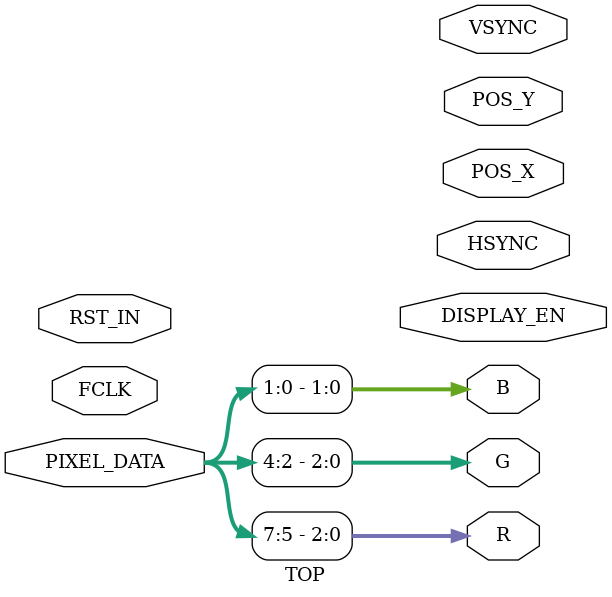
<source format=v>
`timescale 1ns / 1ps

module TOP(
input FCLK,
input [7:0] PIXEL_DATA,
output DISPLAY_EN,
output POS_X,
output POS_Y,
output [2:0] R,
output [2:0] G,
output [1:0] B,
output HSYNC,
output VSYNC,
input RST_IN
);

wire VGACLK;
wire CLK0_OUT;
wire LOCKED_OUT;

DCM_DIVIDER instance_name (
    .CLKIN_IN(FCLK), 
    .RST_IN(RST_IN), 
    .CLKFX_OUT(VGACLK), 
    .CLK0_OUT(CLK0_OUT), 
    .LOCKED_OUT(LOCKED_OUT)
    );
assign R = PIXEL_DATA[7:5];
assign G = PIXEL_DATA[4:2];
assign B = PIXEL_DATA[1:0];




endmodule

</source>
